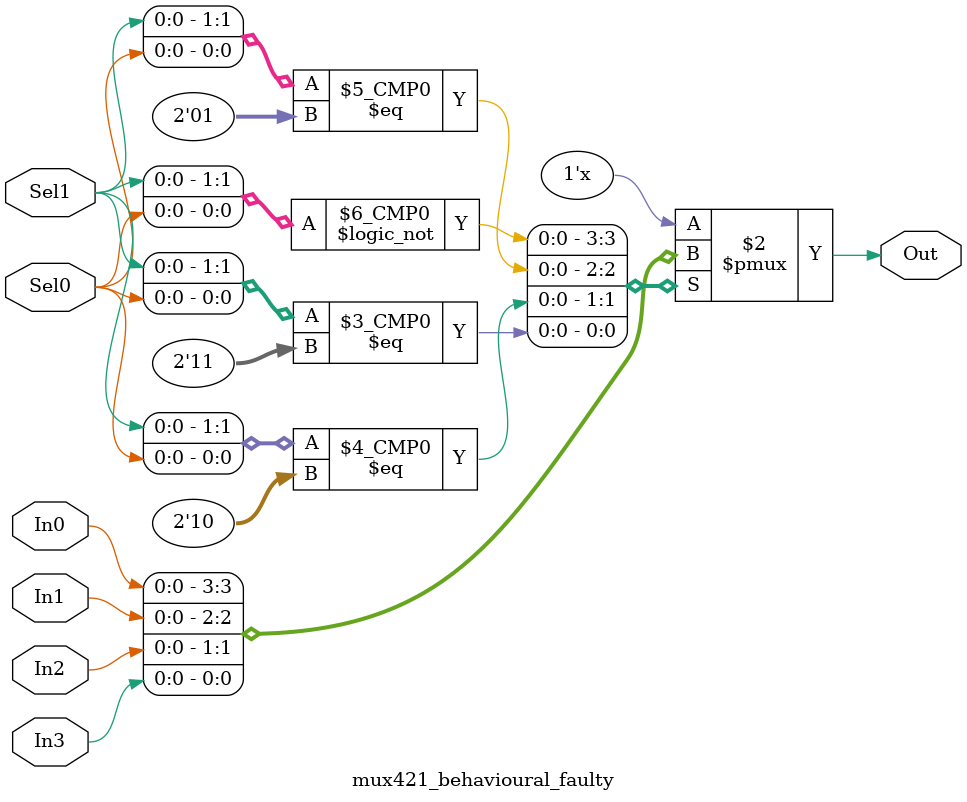
<source format=v>
module mux421_behavioural_faulty (Out, In0, In1, In2, In3, Sel0, Sel1);
output Out;
input In0, In1, In2, In3, Sel0, Sel1;

reg Out;

always @ (Sel1 or In0 or In1 or In2 or In3)
begin
  case ({Sel1,Sel0})
    2'b00 : Out = In0;
    2'b01 : Out = In1;
    2'b10 : Out = In2;
    2'b11 : Out = In3;
    default : Out = 1'bx;
  endcase
end

endmodule // mux421_behavioural_faulty

</source>
